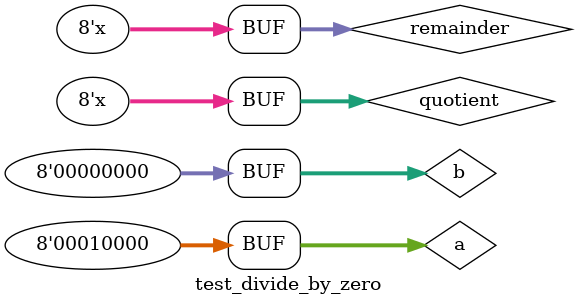
<source format=v>

module test_divide_by_zero;
  reg [7:0] a, b, quotient, remainder;

  initial begin
    a = 8'h10;
    b = 8'h00;
    quotient = a / b;  // Division by zero - typically returns X
    remainder = a % b;  // Modulo by zero - typically returns X
  end
endmodule

</source>
